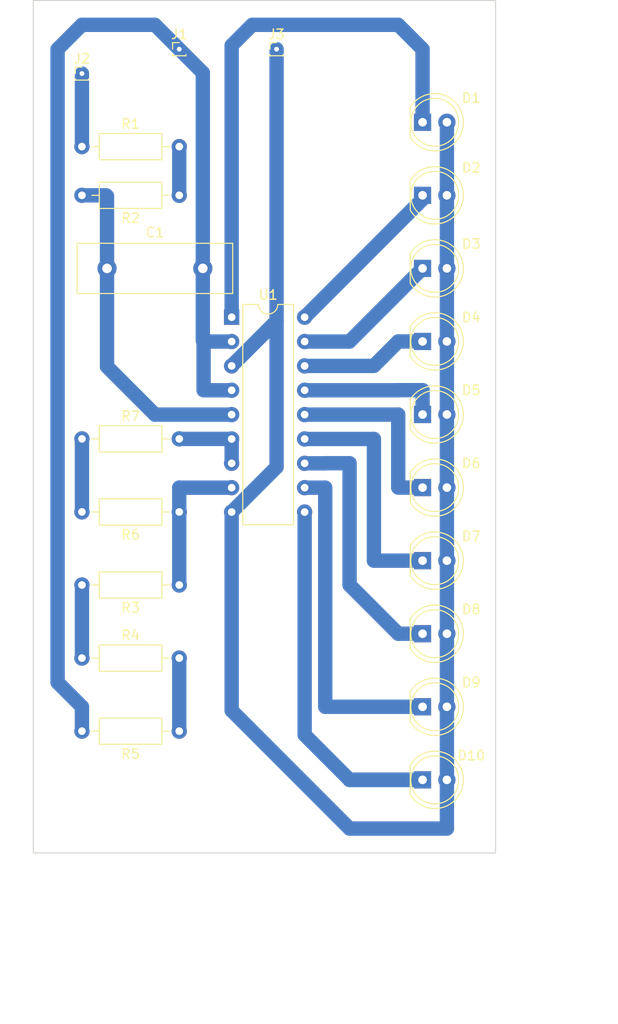
<source format=kicad_pcb>
(kicad_pcb (version 20211014) (generator pcbnew)
  (layers (0 "F.Cu" signal) (31 "B.Cu" signal) (34 "B.Paste" user) (35 "F.Paste" user) (36 "B.SilkS" user "B.Silkscreen") (37 "F.SilkS" user "F.Silkscreen") (38 "B.Mask" user) (39 "F.Mask" user) (44 "Edge.Cuts" user))
  (net 0 "")
  (net 1 "Net-(D1-Pad1)")
  (net 2 "GND")
  (net 3 "+5V")
  (net 4 "Net-(C1-Pad1)")
  (net 5 "Net-(R2-Pad1)")
  (net 6 "Net-(D10-Pad1)")
  (net 7 "Net-(D9-Pad1)")
  (net 8 "Net-(D8-Pad1)")
  (net 9 "Net-(D7-Pad1)")
  (net 10 "Net-(D6-Pad1)")
  (net 11 "Net-(D5-Pad1)")
  (net 12 "Net-(D4-Pad1)")
  (net 13 "Net-(D3-Pad1)")
  (net 14 "Net-(D2-Pad1)")
  (net 15 "sinal pwm")
  (net 16 "Net-(R3-Pad1)")
  (net 17 "Net-(R3-Pad2)")
  (net 18 "Net-(R4-Pad2)")
  (net 19 "Net-(R6-Pad2)")
  (net 20 "Net-(R7-Pad2)")
  (footprint "LED_THT:LED_D5.0mm" (layer "F.Cu") (at 157.48 86.36)
    (fp_text reference "D7" (at 5.08 -2.54) (layer "F.SilkS"))
    (fp_text value "LED")
    (fp_line (start -1.29 -1.545) (end -1.29 1.545) (layer "F.SilkS") (width 0.12))
    (fp_arc (start 4.26 -0.000462) (mid 2.072002 2.880433) (end -1.29 1.54483) (layer "F.SilkS") (width 0.12))
    (fp_arc (start -1.29 -1.54483) (mid 2.072002 -2.880433) (end 4.26 0.000462) (layer "F.SilkS") (width 0.12))
    (fp_circle (center 1.27 0) (end 3.77 0) (layer "F.SilkS") (width 0.12) (fill none))
    (pad "1" thru_hole rect (at 0 0) (size 1.8 1.8) (drill 0.9) (layers *.Cu *.Mask) (net 9 "Net-(D7-Pad1)"))
    (pad "2" thru_hole circle (at 2.54 0) (size 1.8 1.8) (drill 0.9) (layers *.Cu *.Mask) (net 3 "+5V"))
  )
  (footprint "Resistor_THT:R_Axial_DIN0207_L6.3mm_D2.5mm_P10.16mm_Horizontal" (layer "F.Cu") (at 132.08 88.9 180)
    (fp_text reference "R3" (at 5.08 -2.37) (layer "F.SilkS"))
    (fp_text value "3,6k")
    (fp_line (start 9.12 0) (end 8.35 0) (layer "F.SilkS") (width 0.12))
    (fp_line (start 1.81 -1.37) (end 1.81 1.37) (layer "F.SilkS") (width 0.12))
    (fp_line (start 1.04 0) (end 1.81 0) (layer "F.SilkS") (width 0.12))
    (fp_line (start 1.81 1.37) (end 8.35 1.37) (layer "F.SilkS") (width 0.12))
    (fp_line (start 8.35 1.37) (end 8.35 -1.37) (layer "F.SilkS") (width 0.12))
    (fp_line (start 8.35 -1.37) (end 1.81 -1.37) (layer "F.SilkS") (width 0.12))
    (pad "1" thru_hole circle (at 0 0 180) (size 1.6 1.6) (drill 0.8) (layers *.Cu *.Mask) (net 16 "Net-(R3-Pad1)"))
    (pad "2" thru_hole oval (at 10.16 0 180) (size 1.6 1.6) (drill 0.8) (layers *.Cu *.Mask) (net 17 "Net-(R3-Pad2)"))
  )
  (footprint "LED_THT:LED_D5.0mm" (layer "F.Cu") (at 157.48 78.74)
    (fp_text reference "D6" (at 5.08 -2.54) (layer "F.SilkS"))
    (fp_text value "LED")
    (fp_line (start -1.29 -1.545) (end -1.29 1.545) (layer "F.SilkS") (width 0.12))
    (fp_arc (start -1.29 -1.54483) (mid 2.072002 -2.880433) (end 4.26 0.000462) (layer "F.SilkS") (width 0.12))
    (fp_arc (start 4.26 -0.000462) (mid 2.072002 2.880433) (end -1.29 1.54483) (layer "F.SilkS") (width 0.12))
    (fp_circle (center 1.27 0) (end 3.77 0) (layer "F.SilkS") (width 0.12) (fill none))
    (pad "1" thru_hole rect (at 0 0) (size 1.8 1.8) (drill 0.9) (layers *.Cu *.Mask) (net 10 "Net-(D6-Pad1)"))
    (pad "2" thru_hole circle (at 2.54 0) (size 1.8 1.8) (drill 0.9) (layers *.Cu *.Mask) (net 3 "+5V"))
  )
  (footprint "Resistor_THT:R_Axial_DIN0207_L6.3mm_D2.5mm_P10.16mm_Horizontal" (layer "F.Cu") (at 121.92 73.66)
    (fp_text reference "R7" (at 5.08 -2.37) (layer "F.SilkS"))
    (fp_text value "1,2k")
    (fp_line (start 1.81 -1.37) (end 1.81 1.37) (layer "F.SilkS") (width 0.12))
    (fp_line (start 8.35 1.37) (end 8.35 -1.37) (layer "F.SilkS") (width 0.12))
    (fp_line (start 8.35 -1.37) (end 1.81 -1.37) (layer "F.SilkS") (width 0.12))
    (fp_line (start 1.04 0) (end 1.81 0) (layer "F.SilkS") (width 0.12))
    (fp_line (start 1.81 1.37) (end 8.35 1.37) (layer "F.SilkS") (width 0.12))
    (fp_line (start 9.12 0) (end 8.35 0) (layer "F.SilkS") (width 0.12))
    (pad "1" thru_hole circle (at 0 0) (size 1.6 1.6) (drill 0.8) (layers *.Cu *.Mask) (net 19 "Net-(R6-Pad2)"))
    (pad "2" thru_hole oval (at 10.16 0) (size 1.6 1.6) (drill 0.8) (layers *.Cu *.Mask) (net 20 "Net-(R7-Pad2)"))
  )
  (footprint "LED_THT:LED_D5.0mm" (layer "F.Cu") (at 157.48 48.26)
    (fp_text reference "D2" (at 5.08 -2.880433) (layer "F.SilkS"))
    (fp_text value "LED")
    (fp_line (start -1.29 -1.545) (end -1.29 1.545) (layer "F.SilkS") (width 0.12))
    (fp_arc (start -1.29 -1.54483) (mid 2.072002 -2.880433) (end 4.26 0.000462) (layer "F.SilkS") (width 0.12))
    (fp_arc (start 4.26 -0.000462) (mid 2.072002 2.880433) (end -1.29 1.54483) (layer "F.SilkS") (width 0.12))
    (fp_circle (center 1.27 0) (end 3.77 0) (layer "F.SilkS") (width 0.12) (fill none))
    (pad "1" thru_hole rect (at 0 0) (size 1.8 1.8) (drill 0.9) (layers *.Cu *.Mask) (net 14 "Net-(D2-Pad1)"))
    (pad "2" thru_hole circle (at 2.54 0) (size 1.8 1.8) (drill 0.9) (layers *.Cu *.Mask) (net 3 "+5V"))
  )
  (footprint "Resistor_THT:R_Axial_DIN0207_L6.3mm_D2.5mm_P10.16mm_Horizontal" (layer "F.Cu") (at 121.92 43.18)
    (fp_text reference "R1" (at 5.08 -2.37) (layer "F.SilkS"))
    (fp_text value "200k")
    (fp_line (start 9.12 0) (end 8.35 0) (layer "F.SilkS") (width 0.12))
    (fp_line (start 1.81 -1.37) (end 1.81 1.37) (layer "F.SilkS") (width 0.12))
    (fp_line (start 1.81 1.37) (end 8.35 1.37) (layer "F.SilkS") (width 0.12))
    (fp_line (start 8.35 -1.37) (end 1.81 -1.37) (layer "F.SilkS") (width 0.12))
    (fp_line (start 8.35 1.37) (end 8.35 -1.37) (layer "F.SilkS") (width 0.12))
    (fp_line (start 1.04 0) (end 1.81 0) (layer "F.SilkS") (width 0.12))
    (pad "1" thru_hole circle (at 0 0) (size 1.6 1.6) (drill 0.8) (layers *.Cu *.Mask) (net 15 "sinal pwm"))
    (pad "2" thru_hole oval (at 10.16 0) (size 1.6 1.6) (drill 0.8) (layers *.Cu *.Mask) (net 5 "Net-(R2-Pad1)"))
  )
  (footprint "Package_DIP:DIP-18_W7.62mm" (layer "F.Cu") (at 137.55 60.97)
    (fp_text reference "U1" (at 3.81 -2.33) (layer "F.SilkS"))
    (fp_text value "LM3914N")
    (fp_line (start 6.46 21.65) (end 6.46 -1.33) (layer "F.SilkS") (width 0.12))
    (fp_line (start 2.81 -1.33) (end 1.16 -1.33) (layer "F.SilkS") (width 0.12))
    (fp_line (start 1.16 -1.33) (end 1.16 21.65) (layer "F.SilkS") (width 0.12))
    (fp_line (start 1.16 21.65) (end 6.46 21.65) (layer "F.SilkS") (width 0.12))
    (fp_line (start 6.46 -1.33) (end 4.81 -1.33) (layer "F.SilkS") (width 0.12))
    (fp_arc (start 4.81 -1.33) (mid 3.81 -0.33) (end 2.81 -1.33) (layer "F.SilkS") (width 0.12))
    (pad "1" thru_hole rect (at 0 0) (size 1.6 1.6) (drill 0.8) (layers *.Cu *.Mask) (net 1 "Net-(D1-Pad1)"))
    (pad "2" thru_hole oval (at 0 2.54) (size 1.6 1.6) (drill 0.8) (layers *.Cu *.Mask) (net 2 "GND"))
    (pad "3" thru_hole oval (at 0 5.08) (size 1.6 1.6) (drill 0.8) (layers *.Cu *.Mask) (net 3 "+5V"))
    (pad "4" thru_hole oval (at 0 7.62) (size 1.6 1.6) (drill 0.8) (layers *.Cu *.Mask) (net 2 "GND"))
    (pad "5" thru_hole oval (at 0 10.16) (size 1.6 1.6) (drill 0.8) (layers *.Cu *.Mask) (net 4 "Net-(C1-Pad1)"))
    (pad "6" thru_hole oval (at 0 12.7) (size 1.6 1.6) (drill 0.8) (layers *.Cu *.Mask) (net 20 "Net-(R7-Pad2)"))
    (pad "7" thru_hole oval (at 0 15.24) (size 1.6 1.6) (drill 0.8) (layers *.Cu *.Mask) (net 20 "Net-(R7-Pad2)"))
    (pad "8" thru_hole oval (at 0 17.78) (size 1.6 1.6) (drill 0.8) (layers *.Cu *.Mask) (net 16 "Net-(R3-Pad1)"))
    (pad "9" thru_hole oval (at 0 20.32) (size 1.6 1.6) (drill 0.8) (layers *.Cu *.Mask) (net 3 "+5V"))
    (pad "10" thru_hole oval (at 7.62 20.32) (size 1.6 1.6) (drill 0.8) (layers *.Cu *.Mask) (net 6 "Net-(D10-Pad1)"))
    (pad "11" thru_hole oval (at 7.62 17.78) (size 1.6 1.6) (drill 0.8) (layers *.Cu *.Mask) (net 7 "Net-(D9-Pad1)"))
    (pad "12" thru_hole oval (at 7.62 15.24) (size 1.6 1.6) (drill 0.8) (layers *.Cu *.Mask) (net 8 "Net-(D8-Pad1)"))
    (pad "13" thru_hole oval (at 7.62 12.7) (size 1.6 1.6) (drill 0.8) (layers *.Cu *.Mask) (net 9 "Net-(D7-Pad1)"))
    (pad "14" thru_hole oval (at 7.62 10.16) (size 1.6 1.6) (drill 0.8) (layers *.Cu *.Mask) (net 10 "Net-(D6-Pad1)"))
    (pad "15" thru_hole oval (at 7.62 7.62) (size 1.6 1.6) (drill 0.8) (layers *.Cu *.Mask) (net 11 "Net-(D5-Pad1)"))
    (pad "16" thru_hole oval (at 7.62 5.08) (size 1.6 1.6) (drill 0.8) (layers *.Cu *.Mask) (net 12 "Net-(D4-Pad1)"))
    (pad "17" thru_hole oval (at 7.62 2.54) (size 1.6 1.6) (drill 0.8) (layers *.Cu *.Mask) (net 13 "Net-(D3-Pad1)"))
    (pad "18" thru_hole oval (at 7.62 0) (size 1.6 1.6) (drill 0.8) (layers *.Cu *.Mask) (net 14 "Net-(D2-Pad1)"))
  )
  (footprint "LED_THT:LED_D5.0mm" (layer "F.Cu") (at 157.48 40.64)
    (fp_text reference "D1" (at 5.08 -2.54) (layer "F.SilkS"))
    (fp_text value "LED")
    (fp_line (start -1.29 -1.545) (end -1.29 1.545) (layer "F.SilkS") (width 0.12))
    (fp_arc (start -1.29 -1.54483) (mid 2.072002 -2.880433) (end 4.26 0.000462) (layer "F.SilkS") (width 0.12))
    (fp_arc (start 4.26 -0.000462) (mid 2.072002 2.880433) (end -1.29 1.54483) (layer "F.SilkS") (width 0.12))
    (fp_circle (center 1.27 0) (end 3.77 0) (layer "F.SilkS") (width 0.12) (fill none))
    (pad "1" thru_hole rect (at 0 0) (size 1.8 1.8) (drill 0.9) (layers *.Cu *.Mask) (net 1 "Net-(D1-Pad1)"))
    (pad "2" thru_hole circle (at 2.54 0) (size 1.8 1.8) (drill 0.9) (layers *.Cu *.Mask) (net 3 "+5V"))
  )
  (footprint "LED_THT:LED_D5.0mm" (layer "F.Cu") (at 157.48 109.22)
    (fp_text reference "D10" (at 5.08 -2.54) (layer "F.SilkS"))
    (fp_text value "LED")
    (fp_line (start -1.29 -1.545) (end -1.29 1.545) (layer "F.SilkS") (width 0.12))
    (fp_arc (start -1.29 -1.54483) (mid 2.072002 -2.880433) (end 4.26 0.000462) (layer "F.SilkS") (width 0.12))
    (fp_arc (start 4.26 -0.000462) (mid 2.072002 2.880433) (end -1.29 1.54483) (layer "F.SilkS") (width 0.12))
    (fp_circle (center 1.27 0) (end 3.77 0) (layer "F.SilkS") (width 0.12) (fill none))
    (pad "1" thru_hole rect (at 0 0) (size 1.8 1.8) (drill 0.9) (layers *.Cu *.Mask) (net 6 "Net-(D10-Pad1)"))
    (pad "2" thru_hole circle (at 2.54 0) (size 1.8 1.8) (drill 0.9) (layers *.Cu *.Mask) (net 3 "+5V"))
  )
  (footprint "LED_THT:LED_D5.0mm" (layer "F.Cu") (at 157.48 71.12)
    (fp_text reference "D5" (at 5.08 -2.54) (layer "F.SilkS"))
    (fp_text value "LED")
    (fp_line (start -1.29 -1.545) (end -1.29 1.545) (layer "F.SilkS") (width 0.12))
    (fp_arc (start -1.29 -1.54483) (mid 2.072002 -2.880433) (end 4.26 0.000462) (layer "F.SilkS") (width 0.12))
    (fp_arc (start 4.26 -0.000462) (mid 2.072002 2.880433) (end -1.29 1.54483) (layer "F.SilkS") (width 0.12))
    (fp_circle (center 1.27 0) (end 3.77 0) (layer "F.SilkS") (width 0.12) (fill none))
    (pad "1" thru_hole rect (at 0 0) (size 1.8 1.8) (drill 0.9) (layers *.Cu *.Mask) (net 11 "Net-(D5-Pad1)"))
    (pad "2" thru_hole circle (at 2.54 0) (size 1.8 1.8) (drill 0.9) (layers *.Cu *.Mask) (net 3 "+5V"))
  )
  (footprint "LED_THT:LED_D5.0mm" (layer "F.Cu") (at 157.48 101.6)
    (fp_text reference "D9" (at 5.08 -2.54) (layer "F.SilkS"))
    (fp_text value "LED")
    (fp_line (start -1.29 -1.545) (end -1.29 1.545) (layer "F.SilkS") (width 0.12))
    (fp_arc (start -1.29 -1.54483) (mid 2.072002 -2.880433) (end 4.26 0.000462) (layer "F.SilkS") (width 0.12))
    (fp_arc (start 4.26 -0.000462) (mid 2.072002 2.880433) (end -1.29 1.54483) (layer "F.SilkS") (width 0.12))
    (fp_circle (center 1.27 0) (end 3.77 0) (layer "F.SilkS") (width 0.12) (fill none))
    (pad "1" thru_hole rect (at 0 0) (size 1.8 1.8) (drill 0.9) (layers *.Cu *.Mask) (net 7 "Net-(D9-Pad1)"))
    (pad "2" thru_hole circle (at 2.54 0) (size 1.8 1.8) (drill 0.9) (layers *.Cu *.Mask) (net 3 "+5V"))
  )
  (footprint "Resistor_THT:R_Axial_DIN0207_L6.3mm_D2.5mm_P10.16mm_Horizontal" (layer "F.Cu") (at 121.92 96.52)
    (fp_text reference "R4" (at 5.08 -2.37) (layer "F.SilkS"))
    (fp_text value "200")
    (fp_line (start 1.81 1.37) (end 8.35 1.37) (layer "F.SilkS") (width 0.12))
    (fp_line (start 9.12 0) (end 8.35 0) (layer "F.SilkS") (width 0.12))
    (fp_line (start 8.35 -1.37) (end 1.81 -1.37) (layer "F.SilkS") (width 0.12))
    (fp_line (start 1.81 -1.37) (end 1.81 1.37) (layer "F.SilkS") (width 0.12))
    (fp_line (start 1.04 0) (end 1.81 0) (layer "F.SilkS") (width 0.12))
    (fp_line (start 8.35 1.37) (end 8.35 -1.37) (layer "F.SilkS") (width 0.12))
    (pad "1" thru_hole circle (at 0 0) (size 1.6 1.6) (drill 0.8) (layers *.Cu *.Mask) (net 17 "Net-(R3-Pad2)"))
    (pad "2" thru_hole oval (at 10.16 0) (size 1.6 1.6) (drill 0.8) (layers *.Cu *.Mask) (net 18 "Net-(R4-Pad2)"))
  )
  (footprint "LED_THT:LED_D5.0mm" (layer "F.Cu") (at 157.48 55.88)
    (fp_text reference "D3" (at 5.08 -2.54) (layer "F.SilkS"))
    (fp_text value "LED")
    (fp_line (start -1.29 -1.545) (end -1.29 1.545) (layer "F.SilkS") (width 0.12))
    (fp_arc (start -1.29 -1.54483) (mid 2.072002 -2.880433) (end 4.26 0.000462) (layer "F.SilkS") (width 0.12))
    (fp_arc (start 4.26 -0.000462) (mid 2.072002 2.880433) (end -1.29 1.54483) (layer "F.SilkS") (width 0.12))
    (fp_circle (center 1.27 0) (end 3.77 0) (layer "F.SilkS") (width 0.12) (fill none))
    (pad "1" thru_hole rect (at 0 0) (size 1.8 1.8) (drill 0.9) (layers *.Cu *.Mask) (net 13 "Net-(D3-Pad1)"))
    (pad "2" thru_hole circle (at 2.54 0) (size 1.8 1.8) (drill 0.9) (layers *.Cu *.Mask) (net 3 "+5V"))
  )
  (footprint "Connector_PinHeader_1.00mm:PinHeader_1x01_P1.00mm_Vertical" (layer "F.Cu") (at 121.92 35.56)
    (fp_text reference "J2" (at 0 -1.56) (layer "F.SilkS"))
    (fp_text value "Screw_Terminal_01x01")
    (fp_line (start -0.695 0.685) (end 0.695 0.685) (layer "F.SilkS") (width 0.12))
    (fp_line (start 0.608276 0.685) (end 0.695 0.685) (layer "F.SilkS") (width 0.12))
    (fp_line (start -0.695 0.685) (end -0.608276 0.685) (layer "F.SilkS") (width 0.12))
    (fp_line (start -0.695 0) (end -0.695 -0.685) (layer "F.SilkS") (width 0.12))
    (fp_line (start -0.695 -0.685) (end 0 -0.685) (layer "F.SilkS") (width 0.12))
    (fp_line (start 0.695 0.685) (end 0.695 0.56) (layer "F.SilkS") (width 0.12))
    (fp_line (start -0.695 0.685) (end -0.695 0.56) (layer "F.SilkS") (width 0.12))
    (pad "1" thru_hole rect (at 0 0) (size 0.85 0.85) (drill 0.5) (layers *.Cu *.Mask) (net 15 "sinal pwm"))
  )
  (footprint "LED_THT:LED_D5.0mm" (layer "F.Cu") (at 157.48 63.5)
    (fp_text reference "D4" (at 5.08 -2.5) (layer "F.SilkS"))
    (fp_text value "LED")
    (fp_line (start -1.29 -1.545) (end -1.29 1.545) (layer "F.SilkS") (width 0.12))
    (fp_arc (start -1.29 -1.54483) (mid 2.072002 -2.880433) (end 4.26 0.000462) (layer "F.SilkS") (width 0.12))
    (fp_arc (start 4.26 -0.000462) (mid 2.072002 2.880433) (end -1.29 1.54483) (layer "F.SilkS") (width 0.12))
    (fp_circle (center 1.27 0) (end 3.77 0) (layer "F.SilkS") (width 0.12) (fill none))
    (pad "1" thru_hole rect (at 0 0) (size 1.8 1.8) (drill 0.9) (layers *.Cu *.Mask) (net 12 "Net-(D4-Pad1)"))
    (pad "2" thru_hole circle (at 2.54 0) (size 1.8 1.8) (drill 0.9) (layers *.Cu *.Mask) (net 3 "+5V"))
  )
  (footprint "Connector_PinHeader_1.00mm:PinHeader_1x01_P1.00mm_Vertical" (layer "F.Cu") (at 132.08 33.02)
    (fp_text reference "J1" (at 0 -1.56) (layer "F.SilkS"))
    (fp_text value "Screw_Terminal_01x01")
    (fp_line (start -0.695 0.685) (end 0.695 0.685) (layer "F.SilkS") (width 0.12))
    (fp_line (start -0.695 0) (end -0.695 -0.685) (layer "F.SilkS") (width 0.12))
    (fp_line (start -0.695 -0.685) (end 0 -0.685) (layer "F.SilkS") (width 0.12))
    (fp_line (start 0.695 0.685) (end 0.695 0.56) (layer "F.SilkS") (width 0.12))
    (fp_line (start -0.695 0.685) (end -0.695 0.56) (layer "F.SilkS") (width 0.12))
    (fp_line (start 0.608276 0.685) (end 0.695 0.685) (layer "F.SilkS") (width 0.12))
    (fp_line (start -0.695 0.685) (end -0.608276 0.685) (layer "F.SilkS") (width 0.12))
    (pad "1" thru_hole rect (at 0 0) (size 0.85 0.85) (drill 0.5) (layers *.Cu *.Mask) (net 2 "GND"))
  )
  (footprint "Connector_PinHeader_1.00mm:PinHeader_1x01_P1.00mm_Vertical" (layer "F.Cu") (at 142.24 33.02)
    (fp_text reference "J3" (at 0 -1.56) (layer "F.SilkS"))
    (fp_text value "Screw_Terminal_01x01")
    (fp_line (start 0.608276 0.685) (end 0.695 0.685) (layer "F.SilkS") (width 0.12))
    (fp_line (start -0.695 0.685) (end 0.695 0.685) (layer "F.SilkS") (width 0.12))
    (fp_line (start -0.695 0) (end -0.695 -0.685) (layer "F.SilkS") (width 0.12))
    (fp_line (start -0.695 -0.685) (end 0 -0.685) (layer "F.SilkS") (width 0.12))
    (fp_line (start -0.695 0.685) (end -0.695 0.56) (layer "F.SilkS") (width 0.12))
    (fp_line (start 0.695 0.685) (end 0.695 0.56) (layer "F.SilkS") (width 0.12))
    (fp_line (start -0.695 0.685) (end -0.608276 0.685) (layer "F.SilkS") (width 0.12))
    (pad "1" thru_hole rect (at 0 0) (size 0.85 0.85) (drill 0.5) (layers *.Cu *.Mask) (net 3 "+5V"))
  )
  (footprint "Resistor_THT:R_Axial_DIN0207_L6.3mm_D2.5mm_P10.16mm_Horizontal" (layer "F.Cu") (at 132.08 104.14 180)
    (fp_text reference "R5" (at 5.08 -2.37) (layer "F.SilkS"))
    (fp_text value "30")
    (fp_line (start 1.04 0) (end 1.81 0) (layer "F.SilkS") (width 0.12))
    (fp_line (start 9.12 0) (end 8.35 0) (layer "F.SilkS") (width 0.12))
    (fp_line (start 8.35 -1.37) (end 1.81 -1.37) (layer "F.SilkS") (width 0.12))
    (fp_line (start 1.81 -1.37) (end 1.81 1.37) (layer "F.SilkS") (width 0.12))
    (fp_line (start 8.35 1.37) (end 8.35 -1.37) (layer "F.SilkS") (width 0.12))
    (fp_line (start 1.81 1.37) (end 8.35 1.37) (layer "F.SilkS") (width 0.12))
    (pad "1" thru_hole circle (at 0 0 180) (size 1.6 1.6) (drill 0.8) (layers *.Cu *.Mask) (net 18 "Net-(R4-Pad2)"))
    (pad "2" thru_hole oval (at 10.16 0 180) (size 1.6 1.6) (drill 0.8) (layers *.Cu *.Mask) (net 2 "GND"))
  )
  (footprint "Capacitor_THT:C_Disc_D16.0mm_W5.0mm_P10.00mm" (layer "F.Cu") (at 124.54 55.88)
    (fp_text reference "C1" (at 5 -3.75) (layer "F.SilkS"))
    (fp_text value "10n")
    (fp_line (start -3.12 2.62) (end 13.12 2.62) (layer "F.SilkS") (width 0.12))
    (fp_line (start -3.12 -2.62) (end -3.12 2.62) (layer "F.SilkS") (width 0.12))
    (fp_line (start 13.12 -2.62) (end 13.12 2.62) (layer "F.SilkS") (width 0.12))
    (fp_line (start -3.12 -2.62) (end 13.12 -2.62) (layer "F.SilkS") (width 0.12))
    (pad "1" thru_hole circle (at 0 0) (size 2 2) (drill 1) (layers *.Cu *.Mask) (net 4 "Net-(C1-Pad1)"))
    (pad "2" thru_hole circle (at 10 0) (size 2 2) (drill 1) (layers *.Cu *.Mask) (net 2 "GND"))
  )
  (footprint "Resistor_THT:R_Axial_DIN0207_L6.3mm_D2.5mm_P10.16mm_Horizontal" (layer "F.Cu") (at 132.08 81.28 180)
    (fp_text reference "R6" (at 5.08 -2.37) (layer "F.SilkS"))
    (fp_text value "10")
    (fp_line (start 1.81 -1.37) (end 1.81 1.37) (layer "F.SilkS") (width 0.12))
    (fp_line (start 8.35 -1.37) (end 1.81 -1.37) (layer "F.SilkS") (width 0.12))
    (fp_line (start 8.35 1.37) (end 8.35 -1.37) (layer "F.SilkS") (width 0.12))
    (fp_line (start 9.12 0) (end 8.35 0) (layer "F.SilkS") (width 0.12))
    (fp_line (start 1.81 1.37) (end 8.35 1.37) (layer "F.SilkS") (width 0.12))
    (fp_line (start 1.04 0) (end 1.81 0) (layer "F.SilkS") (width 0.12))
    (pad "1" thru_hole circle (at 0 0 180) (size 1.6 1.6) (drill 0.8) (layers *.Cu *.Mask) (net 16 "Net-(R3-Pad1)"))
    (pad "2" thru_hole oval (at 10.16 0 180) (size 1.6 1.6) (drill 0.8) (layers *.Cu *.Mask) (net 19 "Net-(R6-Pad2)"))
  )
  (footprint "LED_THT:LED_D5.0mm" (layer "F.Cu") (at 157.48 93.98)
    (fp_text reference "D8" (at 5.08 -2.54) (layer "F.SilkS"))
    (fp_text value "LED")
    (fp_line (start -1.29 -1.545) (end -1.29 1.545) (layer "F.SilkS") (width 0.12))
    (fp_arc (start -1.29 -1.54483) (mid 2.072002 -2.880433) (end 4.26 0.000462) (layer "F.SilkS") (width 0.12))
    (fp_arc (start 4.26 -0.000462) (mid 2.072002 2.880433) (end -1.29 1.54483) (layer "F.SilkS") (width 0.12))
    (fp_circle (center 1.27 0) (end 3.77 0) (layer "F.SilkS") (width 0.12) (fill none))
    (pad "1" thru_hole rect (at 0 0) (size 1.8 1.8) (drill 0.9) (layers *.Cu *.Mask) (net 8 "Net-(D8-Pad1)"))
    (pad "2" thru_hole circle (at 2.54 0) (size 1.8 1.8) (drill 0.9) (layers *.Cu *.Mask) (net 3 "+5V"))
  )
  (footprint "Resistor_THT:R_Axial_DIN0207_L6.3mm_D2.5mm_P10.16mm_Horizontal" (layer "F.Cu") (at 132.08 48.26 180)
    (fp_text reference "R2" (at 5.08 -2.37) (layer "F.SilkS"))
    (fp_text value "200k")
    (fp_line (start 8.35 1.37) (end 8.35 -1.37) (layer "F.SilkS") (width 0.12))
    (fp_line (start 1.81 1.37) (end 8.35 1.37) (layer "F.SilkS") (width 0.12))
    (fp_line (start 1.04 0) (end 1.81 0) (layer "F.SilkS") (width 0.12))
    (fp_line (start 9.12 0) (end 8.35 0) (layer "F.SilkS") (width 0.12))
    (fp_line (start 8.35 -1.37) (end 1.81 -1.37) (layer "F.SilkS") (width 0.12))
    (fp_line (start 1.81 -1.37) (end 1.81 1.37) (layer "F.SilkS") (width 0.12))
    (pad "1" thru_hole circle (at 0 0 180) (size 1.6 1.6) (drill 0.8) (layers *.Cu *.Mask) (net 5 "Net-(R2-Pad1)"))
    (pad "2" thru_hole oval (at 10.16 0 180) (size 1.6 1.6) (drill 0.8) (layers *.Cu *.Mask) (net 4 "Net-(C1-Pad1)"))
  )
  (gr_rect (start 177.8 134.62) (end 177.8 134.62) (layer "B.Cu") (width 0.2) (fill none))
  (gr_line (start 165.1 27.94) (end 116.84 27.94) (layer "Edge.Cuts") (width 0.1))
  (gr_line (start 116.84 116.84) (end 165.1 116.84) (layer "Edge.Cuts") (width 0.1))
  (gr_line (start 165.1 116.84) (end 165.1 27.94) (layer "Edge.Cuts") (width 0.1))
  (gr_line (start 116.84 27.94) (end 116.84 116.84) (layer "Edge.Cuts") (width 0.1))
  (segment (start 157.48 33.02) (end 157.48 40.64) (width 1.5) (layer "B.Cu") (net 1))
  (segment (start 137.55 32.63) (end 139.7 30.48) (width 1.5) (layer "B.Cu") (net 1))
  (segment (start 139.7 30.48) (end 154.94 30.48) (width 1.5) (layer "B.Cu") (net 1))
  (segment (start 137.55 60.97) (end 137.55 32.63) (width 1.5) (layer "B.Cu") (net 1))
  (segment (start 154.94 30.48) (end 157.48 33.02) (width 1.5) (layer "B.Cu") (net 1))
  (segment (start 119.38 33.02) (end 121.92 30.48) (width 1.5) (layer "B.Cu") (net 2))
  (segment (start 129.54 30.48) (end 132.08 33.02) (width 1.5) (layer "B.Cu") (net 2))
  (segment (start 121.92 101.6) (end 121.92 104.14) (width 1.5) (layer "B.Cu") (net 2))
  (segment (start 134.63 63.51) (end 137.55 63.51) (width 1.5) (layer "B.Cu") (net 2))
  (segment (start 121.92 30.48) (end 129.54 30.48) (width 1.5) (layer "B.Cu") (net 2))
  (segment (start 137.55 68.59) (end 134.63 68.59) (width 1.5) (layer "B.Cu") (net 2))
  (segment (start 134.62 68.58) (end 134.62 63.5) (width 1.5) (layer "B.Cu") (net 2))
  (segment (start 134.54 63.42) (end 134.63 63.51) (width 0.25) (layer "B.Cu") (net 2))
  (segment (start 134.63 68.59) (end 134.62 68.58) (width 0.25) (layer "B.Cu") (net 2))
  (segment (start 134.54 35.48) (end 132.08 33.02) (width 1.5) (layer "B.Cu") (net 2))
  (segment (start 119.38 99.06) (end 121.92 101.6) (width 1.5) (layer "B.Cu") (net 2))
  (segment (start 119.38 33.02) (end 119.38 99.06) (width 1.5) (layer "B.Cu") (net 2))
  (segment (start 134.54 55.88) (end 134.54 63.42) (width 1.5) (layer "B.Cu") (net 2))
  (segment (start 134.54 55.88) (end 134.54 35.48) (width 1.5) (layer "B.Cu") (net 2))
  (segment (start 160.02 101.6) (end 160.02 109.22) (width 1.5) (layer "B.Cu") (net 3))
  (segment (start 160.02 71.12) (end 160.02 78.74) (width 1.5) (layer "B.Cu") (net 3))
  (segment (start 137.55 81.29) (end 137.55 101.99) (width 1.5) (layer "B.Cu") (net 3))
  (segment (start 160.02 55.88) (end 160.02 63.5) (width 1.5) (layer "B.Cu") (net 3))
  (segment (start 160.02 48.26) (end 160.02 55.88) (width 1.5) (layer "B.Cu") (net 3))
  (segment (start 137.55 101.99) (end 149.86 114.3) (width 1.5) (layer "B.Cu") (net 3))
  (segment (start 142.24 76.6) (end 142.24 61.36) (width 1.5) (layer "B.Cu") (net 3))
  (segment (start 160.02 86.36) (end 160.02 93.98) (width 1.5) (layer "B.Cu") (net 3))
  (segment (start 149.86 114.3) (end 160.02 114.3) (width 1.5) (layer "B.Cu") (net 3))
  (segment (start 160.02 86.36) (end 160.02 78.74) (width 1.5) (layer "B.Cu") (net 3))
  (segment (start 160.02 40.64) (end 160.02 48.26) (width 1.5) (layer "B.Cu") (net 3))
  (segment (start 160.02 63.5) (end 160.02 71.12) (width 1.5) (layer "B.Cu") (net 3))
  (segment (start 137.55 81.29) (end 142.24 76.6) (width 1.5) (layer "B.Cu") (net 3))
  (segment (start 160.02 93.98) (end 160.02 101.6) (width 1.5) (layer "B.Cu") (net 3))
  (segment (start 142.24 33.02) (end 142.24 61.36) (width 1.5) (layer "B.Cu") (net 3))
  (segment (start 142.24 61.36) (end 137.55 66.05) (width 1.5) (layer "B.Cu") (net 3))
  (segment (start 160.02 114.3) (end 160.02 109.22) (width 1.5) (layer "B.Cu") (net 3))
  (segment (start 124.46 48.26) (end 124.54 48.34) (width 0.25) (layer "B.Cu") (net 4))
  (segment (start 124.46 48.26) (end 121.92 48.26) (width 1.5) (layer "B.Cu") (net 4))
  (segment (start 129.55 71.13) (end 137.55 71.13) (width 1.5) (layer "B.Cu") (net 4))
  (segment (start 124.54 48.34) (end 124.54 55.88) (width 1.5) (layer "B.Cu") (net 4))
  (segment (start 124.54 66.12) (end 124.54 55.88) (width 1.5) (layer "B.Cu") (net 4))
  (segment (start 124.54 66.12) (end 129.55 71.13) (width 1.5) (layer "B.Cu") (net 4))
  (segment (start 132.08 48.26) (end 132.08 43.18) (width 1.5) (layer "B.Cu") (net 5))
  (segment (start 145.17 104.53) (end 145.17 81.29) (width 1.5) (layer "B.Cu") (net 6))
  (segment (start 157.48 109.22) (end 149.86 109.22) (width 1.54) (layer "B.Cu") (net 6))
  (segment (start 149.86 109.22) (end 145.17 104.53) (width 1.5) (layer "B.Cu") (net 6))
  (segment (start 145.17 78.75) (end 147.31 78.75) (width 1.5) (layer "B.Cu") (net 7))
  (segment (start 147.32 101.6) (end 157.48 101.6) (width 1.5) (layer "B.Cu") (net 7))
  (segment (start 147.31 78.75) (end 147.32 78.74) (width 0.25) (layer "B.Cu") (net 7))
  (segment (start 147.32 78.74) (end 147.32 101.6) (width 1.5) (layer "B.Cu") (net 7))
  (segment (start 145.17 76.21) (end 147.31 76.21) (width 1.5) (layer "B.Cu") (net 8))
  (segment (start 154.94 93.98) (end 157.48 93.98) (width 1.5) (layer "B.Cu") (net 8))
  (segment (start 147.32 76.2) (end 149.86 76.2) (width 1.5) (layer "B.Cu") (net 8))
  (segment (start 149.86 76.2) (end 149.86 88.9) (width 1.5) (layer "B.Cu") (net 8))
  (segment (start 149.86 88.9) (end 154.94 93.98) (width 1.5) (layer "B.Cu") (net 8))
  (segment (start 147.31 76.21) (end 147.32 76.2) (width 0.25) (layer "B.Cu") (net 8))
  (segment (start 152.39 73.67) (end 152.4 73.66) (width 0.25) (layer "B.Cu") (net 9))
  (segment (start 152.4 73.66) (end 152.4 86.36) (width 1.5) (layer "B.Cu") (net 9))
  (segment (start 145.17 73.67) (end 152.39 73.67) (width 1.5) (layer "B.Cu") (net 9))
  (segment (start 152.4 86.36) (end 157.48 86.36) (width 1.5) (layer "B.Cu") (net 9))
  (segment (start 154.94 71.12) (end 154.94 78.74) (width 1.5) (layer "B.Cu") (net 10))
  (segment (start 154.93 71.13) (end 154.94 71.12) (width 0.25) (layer "B.Cu") (net 10))
  (segment (start 145.17 71.13) (end 154.93 71.13) (width 1.5) (layer "B.Cu") (net 10))
  (segment (start 154.94 78.74) (end 157.48 78.74) (width 1.5) (layer "B.Cu") (net 10))
  (segment (start 157.48 68.58) (end 157.48 71.12) (width 1.5) (layer "B.Cu") (net 11))
  (segment (start 154.93 68.59) (end 154.94 68.58) (width 0.25) (layer "B.Cu") (net 11))
  (segment (start 145.17 68.59) (end 154.93 68.59) (width 1.5) (layer "B.Cu") (net 11))
  (segment (start 154.94 68.58) (end 157.48 68.58) (width 1.5) (layer "B.Cu") (net 11))
  (segment (start 152.39 66.05) (end 152.4 66.04) (width 0.25) (layer "B.Cu") (net 12))
  (segment (start 154.94 63.5) (end 157.48 63.5) (width 1.5) (layer "B.Cu") (net 12))
  (segment (start 145.17 66.05) (end 152.39 66.05) (width 1.5) (layer "B.Cu") (net 12))
  (segment (start 152.4 66.04) (end 154.94 63.5) (width 1.5) (layer "B.Cu") (net 12))
  (segment (start 149.85 63.51) (end 157.48 55.88) (width 1.5) (layer "B.Cu") (net 13))
  (segment (start 145.17 63.51) (end 149.85 63.51) (width 1.5) (layer "B.Cu") (net 13))
  (segment (start 145.17 60.97) (end 157.48 48.66) (width 1.5) (layer "B.Cu") (net 14))
  (segment (start 157.48 48.66) (end 157.48 48.26) (width 0.25) (layer "B.Cu") (net 14))
  (segment (start 121.92 43.18) (end 121.92 35.56) (width 1.5) (layer "B.Cu") (net 15))
  (segment (start 132.08 78.74) (end 132.09 78.75) (width 1.5) (layer "B.Cu") (net 16))
  (segment (start 132.08 81.28) (end 132.08 78.74) (width 1.5) (layer "B.Cu") (net 16))
  (segment (start 132.09 78.75) (end 137.55 78.75) (width 1.5) (layer "B.Cu") (net 16))
  (segment (start 132.08 88.9) (end 132.08 81.28) (width 1.5) (layer "B.Cu") (net 16))
  (segment (start 121.92 96.52) (end 121.92 88.9) (width 1.5) (layer "B.Cu") (net 17))
  (segment (start 132.08 104.14) (end 132.08 96.52) (width 1.5) (layer "B.Cu") (net 18))
  (segment (start 121.92 81.28) (end 121.92 73.66) (width 1.5) (layer "B.Cu") (net 19))
  (segment (start 137.54 73.66) (end 137.55 73.67) (width 0.25) (layer "B.Cu") (net 20))
  (segment (start 132.08 73.66) (end 137.54 73.66) (width 1.5) (layer "B.Cu") (net 20))
  (segment (start 137.55 73.67) (end 137.55 76.21) (width 1.5) (layer "B.Cu") (net 20))
)
</source>
